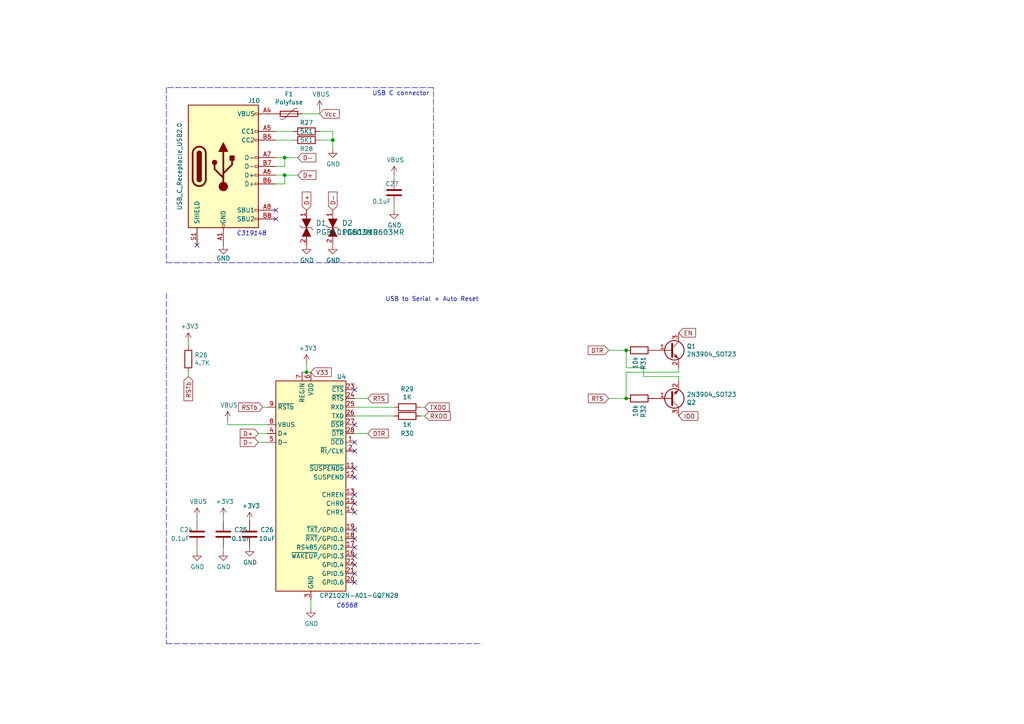
<source format=kicad_sch>
(kicad_sch (version 20211123) (generator eeschema)
  (paper "A4")
  (lib_symbols
    (symbol "Device:C" (pin_numbers hide) (pin_names (offset 0.254))
      (property "Reference" "C" (at 0.635 2.54 0))
      (property "Value" "C" (at 0.635 -2.54 0))
      (symbol "C_0_1"
        (polyline (pts (xy -2.032 -0.762) (xy 2.032 -0.762)) (stroke (width 0.508)))
        (polyline (pts (xy -2.032 0.762) (xy 2.032 0.762)) (stroke (width 0.508)))
      )
      (symbol "C_1_1"
        (pin passive line (at 0 3.81 270) (length 2.794) (name "~") (number "1"))
        (pin passive line (at 0 -3.81 90) (length 2.794) (name "~") (number "2"))
      )
    )
    (symbol "Device:Polyfuse" (pin_numbers hide) (pin_names (offset 0))
      (property "Reference" "F" (at -2.54 0 90))
      (property "Value" "Polyfuse" (at 2.54 0 90))
      (symbol "Polyfuse_0_1"
        (rectangle (start -0.762 2.54) (end 0.762 -2.54) (stroke (width 0.254)))
        (polyline (pts (xy 0 2.54) (xy 0 -2.54)))
        (polyline (pts (xy -1.524 2.54) (xy -1.524 1.524) (xy 1.524 -1.524) (xy 1.524 -2.54)))
      )
      (symbol "Polyfuse_1_1"
        (pin passive line (at 0 3.81 270) (length 1.27) (name "~") (number "1"))
        (pin passive line (at 0 -3.81 90) (length 1.27) (name "~") (number "2"))
      )
    )
    (symbol "Device:R" (pin_numbers hide) (pin_names (offset 0))
      (property "Reference" "R" (at 2.032 0 90))
      (property "Value" "R" (at 0 0 90))
      (symbol "R_0_1"
        (rectangle (start -1.016 -2.54) (end 1.016 2.54) (stroke (width 0.254)))
      )
      (symbol "R_1_1"
        (pin passive line (at 0 3.81 270) (length 1.27) (name "~") (number "1"))
        (pin passive line (at 0 -3.81 90) (length 1.27) (name "~") (number "2"))
      )
    )
    (symbol "ESP32Vfo:USB_C_Receptacle_USB2.0-Connector" (pin_names (offset 1.016))
      (property "Reference" "J" (at -10.16 19.05 0))
      (property "Value" "ESP32Vfo_USB_C_Receptacle_USB2.0-Connector" (at 19.05 19.05 0))
      (symbol "USB_C_Receptacle_USB2.0-Connector_0_0"
        (rectangle (start -0.254 -17.78) (end 0.254 -16.764))
        (rectangle (start 10.16 -14.986) (end 9.144 -15.494))
        (rectangle (start 10.16 -12.446) (end 9.144 -12.954))
        (rectangle (start 10.16 -4.826) (end 9.144 -5.334))
        (rectangle (start 10.16 -2.286) (end 9.144 -2.794))
        (rectangle (start 10.16 0.254) (end 9.144 -0.254))
        (rectangle (start 10.16 2.794) (end 9.144 2.286))
        (rectangle (start 10.16 7.874) (end 9.144 7.366))
        (rectangle (start 10.16 10.414) (end 9.144 9.906))
        (rectangle (start 10.16 15.494) (end 9.144 14.986))
      )
      (symbol "USB_C_Receptacle_USB2.0-Connector_0_1"
        (rectangle (start -10.16 17.78) (end 10.16 -17.78) (stroke (width 0.254)) (fill (type background)))
        (arc (start -8.89 -3.81) (mid -6.985 -5.715) (end -5.08 -3.81) (stroke (width 0.508)))
        (arc (start -7.62 -3.81) (mid -6.985 -4.445) (end -6.35 -3.81) (stroke (width 0.254)))
        (arc (start -7.62 -3.81) (mid -6.985 -4.445) (end -6.35 -3.81) (stroke (width 0.254)) (fill (type outline)))
        (rectangle (start -7.62 -3.81) (end -6.35 3.81) (stroke (width 0.254)) (fill (type outline)))
        (arc (start -6.35 3.81) (mid -6.985 4.445) (end -7.62 3.81) (stroke (width 0.254)))
        (arc (start -6.35 3.81) (mid -6.985 4.445) (end -7.62 3.81) (stroke (width 0.254)) (fill (type outline)))
        (arc (start -5.08 3.81) (mid -6.985 5.715) (end -8.89 3.81) (stroke (width 0.508)))
        (circle (center -2.54 1.143) (radius 0.635) (stroke (width 0.254)) (fill (type outline)))
        (circle (center 0 -5.842) (radius 1.27) (fill (type outline)))
        (polyline (pts (xy -8.89 -3.81) (xy -8.89 3.81)) (stroke (width 0.508)))
        (polyline (pts (xy -5.08 3.81) (xy -5.08 -3.81)) (stroke (width 0.508)))
        (polyline (pts (xy 0 -5.842) (xy 0 4.318)) (stroke (width 0.508)))
        (polyline (pts (xy 0 -3.302) (xy -2.54 -0.762) (xy -2.54 0.508)) (stroke (width 0.508)))
        (polyline (pts (xy 0 -2.032) (xy 2.54 0.508) (xy 2.54 1.778)) (stroke (width 0.508)))
        (polyline (pts (xy -1.27 4.318) (xy 0 6.858) (xy 1.27 4.318) (xy -1.27 4.318)) (stroke (width 0.254)) (fill (type outline)))
        (rectangle (start 1.905 1.778) (end 3.175 3.048) (stroke (width 0.254)) (fill (type outline)))
      )
      (symbol "USB_C_Receptacle_USB2.0-Connector_1_1"
        (pin power_in line (at 0 -22.86 90) (length 5.08) (name "GND") (number "A1"))
        (pin passive line (at 0 -22.86 90) (length 5.08) hide (name "GND") (number "A12"))
        (pin power_in line (at 15.24 15.24 180) (length 5.08) (name "VBUS") (number "A4"))
        (pin bidirectional line (at 15.24 10.16 180) (length 5.08) (name "CC1") (number "A5"))
        (pin bidirectional line (at 15.24 -2.54 180) (length 5.08) (name "D+") (number "A6"))
        (pin bidirectional line (at 15.24 2.54 180) (length 5.08) (name "D-") (number "A7"))
        (pin bidirectional line (at 15.24 -12.7 180) (length 5.08) (name "SBU1") (number "A8"))
        (pin passive line (at 15.24 15.24 180) (length 5.08) hide (name "VBUS") (number "A9"))
        (pin passive line (at 0 -22.86 90) (length 5.08) hide (name "GND") (number "B1"))
        (pin passive line (at 0 -22.86 90) (length 5.08) hide (name "GND") (number "B12"))
        (pin passive line (at 15.24 15.24 180) (length 5.08) hide (name "VBUS") (number "B4"))
        (pin bidirectional line (at 15.24 7.62 180) (length 5.08) (name "CC2") (number "B5"))
        (pin bidirectional line (at 15.24 -5.08 180) (length 5.08) (name "D+") (number "B6"))
        (pin bidirectional line (at 15.24 0 180) (length 5.08) (name "D-") (number "B7"))
        (pin bidirectional line (at 15.24 -15.24 180) (length 5.08) (name "SBU2") (number "B8"))
        (pin passive line (at 15.24 15.24 180) (length 5.08) hide (name "VBUS") (number "B9"))
        (pin passive line (at -7.62 -22.86 90) (length 5.08) (name "SHIELD") (number "S1"))
      )
    )
    (symbol "Interface_USB:CP2102N-A01-GQFN28"
      (property "Reference" "U" (at -7.62 31.75 0))
      (property "Value" "Interface_USB_CP2102N-A01-GQFN28" (at 26.67 31.75 0))
      (symbol "CP2102N-A01-GQFN28_0_1"
        (rectangle (start -10.16 30.48) (end 10.16 -30.48) (stroke (width 0.254)) (fill (type background)))
      )
      (symbol "CP2102N-A01-GQFN28_1_1"
        (pin input line (at 12.7 12.7 180) (length 2.54) (name "~{DCD}") (number "1"))
        (pin no_connect line (at -10.16 -10.16 0) (length 2.54) hide (name "NC") (number "10"))
        (pin output line (at 12.7 5.08 180) (length 2.54) (name "~{SUSPENDb}") (number "11"))
        (pin output line (at 12.7 2.54 180) (length 2.54) (name "SUSPEND") (number "12"))
        (pin output line (at 12.7 -2.54 180) (length 2.54) (name "CHREN") (number "13"))
        (pin output line (at 12.7 -7.62 180) (length 2.54) (name "CHR1") (number "14"))
        (pin output line (at 12.7 -5.08 180) (length 2.54) (name "CHR0") (number "15"))
        (pin bidirectional line (at 12.7 -20.32 180) (length 2.54) (name "~{WAKEUP}/GPIO.3") (number "16"))
        (pin bidirectional line (at 12.7 -17.78 180) (length 2.54) (name "RS485/GPIO.2") (number "17"))
        (pin bidirectional line (at 12.7 -15.24 180) (length 2.54) (name "~{RXT}/GPIO.1") (number "18"))
        (pin bidirectional line (at 12.7 -12.7 180) (length 2.54) (name "~{TXT}/GPIO.0") (number "19"))
        (pin bidirectional line (at 12.7 10.16 180) (length 2.54) (name "~{RI}/CLK") (number "2"))
        (pin bidirectional line (at 12.7 -27.94 180) (length 2.54) (name "GPIO.6") (number "20"))
        (pin bidirectional line (at 12.7 -25.4 180) (length 2.54) (name "GPIO.5") (number "21"))
        (pin bidirectional line (at 12.7 -22.86 180) (length 2.54) (name "GPIO.4") (number "22"))
        (pin input line (at 12.7 27.94 180) (length 2.54) (name "~{CTS}") (number "23"))
        (pin output line (at 12.7 25.4 180) (length 2.54) (name "~{RTS}") (number "24"))
        (pin input line (at 12.7 22.86 180) (length 2.54) (name "RXD") (number "25"))
        (pin output line (at 12.7 20.32 180) (length 2.54) (name "TXD") (number "26"))
        (pin input line (at 12.7 17.78 180) (length 2.54) (name "~{DSR}") (number "27"))
        (pin output line (at 12.7 15.24 180) (length 2.54) (name "~{DTR}") (number "28"))
        (pin passive line (at 0 -33.02 90) (length 2.54) hide (name "GND") (number "29"))
        (pin power_in line (at 0 -33.02 90) (length 2.54) (name "GND") (number "3"))
        (pin bidirectional line (at -12.7 15.24 0) (length 2.54) (name "D+") (number "4"))
        (pin bidirectional line (at -12.7 12.7 0) (length 2.54) (name "D-") (number "5"))
        (pin passive line (at 0 33.02 270) (length 2.54) (name "VDD") (number "6"))
        (pin power_in line (at -2.54 33.02 270) (length 2.54) (name "REGIN") (number "7"))
        (pin input line (at -12.7 17.78 0) (length 2.54) (name "VBUS") (number "8"))
        (pin input line (at -12.7 22.86 0) (length 2.54) (name "~{RSTb}") (number "9"))
      )
    )
    (symbol "dk_TVS-Diodes:PGB1010603MR" (pin_names (offset 1.016))
      (property "Reference" "D" (at -5.4864 2.7432 0))
      (property "Value" "dk_TVS-Diodes_PGB1010603MR" (at 0.1016 -3.302 0))
      (symbol "PGB1010603MR_0_1"
        (polyline (pts (xy 0 0) (xy 0 -1.27) (xy -0.635 -1.905)))
        (polyline (pts (xy 0 0) (xy 0 1.27) (xy 0.635 1.905)))
        (polyline (pts (xy -2.54 1.27) (xy -2.54 -1.27) (xy 0 0) (xy -2.54 1.27)) (fill (type outline)))
        (polyline (pts (xy 2.54 1.27) (xy 2.54 -1.27) (xy 0 0) (xy 2.54 1.27)) (fill (type outline)))
      )
      (symbol "PGB1010603MR_1_1"
        (pin passive line (at -5.08 0 0) (length 2.54) (name "~") (number "1"))
        (pin passive line (at 5.08 0 180) (length 2.54) (name "~") (number "2"))
      )
    )
    (symbol "power:+3V3" (power) (pin_names (offset 0))
      (property "Value" "+3V3" (at 0 3.556 0))
      (symbol "+3V3_0_1"
        (polyline (pts (xy -0.762 1.27) (xy 0 2.54)))
        (polyline (pts (xy 0 0) (xy 0 2.54)))
        (polyline (pts (xy 0 2.54) (xy 0.762 1.27)))
      )
      (symbol "+3V3_1_1"
        (pin power_in line (at 0 0 90) (length 0) hide (name "+3V3") (number "1"))
      )
    )
    (symbol "power:GND" (power) (pin_names (offset 0))
      (property "Value" "GND" (at 0 -3.81 0))
      (symbol "GND_0_1"
        (polyline (pts (xy 0 0) (xy 0 -1.27) (xy 1.27 -1.27) (xy 0 -2.54) (xy -1.27 -1.27) (xy 0 -1.27)))
      )
      (symbol "GND_1_1"
        (pin power_in line (at 0 0 270) (length 0) hide (name "GND") (number "1"))
      )
    )
    (symbol "power:VBUS" (power) (pin_names (offset 0))
      (property "Value" "VBUS" (at 0 3.81 0))
      (symbol "VBUS_0_1"
        (polyline (pts (xy -0.762 1.27) (xy 0 2.54)))
        (polyline (pts (xy 0 0) (xy 0 2.54)))
        (polyline (pts (xy 0 2.54) (xy 0.762 1.27)))
      )
      (symbol "VBUS_1_1"
        (pin power_in line (at 0 0 90) (length 0) hide (name "VBUS") (number "1"))
      )
    )
    (symbol "tube:2N3904_SOT23" (pin_names (offset 0) hide)
      (property "Reference" "Q" (at 5.08 1.905 0))
      (property "Value" "tube_2N3904_SOT23" (at 5.08 0 0))
      (symbol "2N3904_SOT23_0_1"
        (polyline (pts (xy 0.635 0.635) (xy 2.54 2.54)))
        (polyline (pts (xy 0.635 -0.635) (xy 2.54 -2.54) (xy 2.54 -2.54)))
        (polyline (pts (xy 0.635 1.905) (xy 0.635 -1.905) (xy 0.635 -1.905)) (stroke (width 0.508)))
        (polyline (pts (xy 1.27 -1.778) (xy 1.778 -1.27) (xy 2.286 -2.286) (xy 1.27 -1.778) (xy 1.27 -1.778)) (fill (type outline)))
        (circle (center 1.27 0) (radius 2.8194) (stroke (width 0.254)))
      )
      (symbol "2N3904_SOT23_1_1"
        (pin passive line (at -5.08 0 0) (length 5.715) (name "B") (number "1"))
        (pin passive line (at 2.54 -5.08 90) (length 2.54) (name "E") (number "2"))
        (pin passive line (at 2.54 5.08 270) (length 2.54) (name "C") (number "3"))
      )
    )
  )
  (junction (at 82.55 45.72))
  (junction (at 181.61 115.57))
  (junction (at 181.61 101.6))
  (junction (at 82.55 50.8))
  (junction (at 96.52 40.64))
  (junction (at 88.9 107.95))
  (no_connect (at 102.87 135.89))
  (no_connect (at 102.87 161.29))
  (no_connect (at 102.87 156.21))
  (no_connect (at 102.87 113.03))
  (no_connect (at 80.01 60.96))
  (no_connect (at 102.87 166.37))
  (no_connect (at 102.87 130.81))
  (no_connect (at 102.87 138.43))
  (no_connect (at 102.87 148.59))
  (no_connect (at 102.87 168.91))
  (no_connect (at 102.87 158.75))
  (no_connect (at 80.01 63.5))
  (no_connect (at 102.87 153.67))
  (no_connect (at 57.15 71.12))
  (no_connect (at 102.87 143.51))
  (no_connect (at 102.87 123.19))
  (no_connect (at 102.87 163.83))
  (no_connect (at 102.87 146.05))
  (no_connect (at 102.87 128.27))
  (wire (pts (xy 186.69 106.68) (xy 181.61 106.68)))
  (wire (pts (xy 102.87 120.65) (xy 114.3 120.65)))
  (wire (pts (xy 66.04 121.92) (xy 66.04 123.19)))
  (polyline (pts (xy 125.73 76.2) (xy 125.73 25.4)))
  (wire (pts (xy 87.63 107.95) (xy 88.9 107.95)))
  (wire (pts (xy 85.09 40.64) (xy 80.01 40.64)))
  (wire (pts (xy 57.15 158.75) (xy 57.15 160.02)))
  (wire (pts (xy 90.17 107.95) (xy 88.9 107.95)))
  (wire (pts (xy 92.71 33.02) (xy 92.71 31.75)))
  (wire (pts (xy 88.9 107.95) (xy 88.9 105.41)))
  (wire (pts (xy 64.77 158.75) (xy 64.77 160.02)))
  (wire (pts (xy 54.61 99.06) (xy 54.61 100.33)))
  (wire (pts (xy 181.61 106.68) (xy 181.61 101.6)))
  (polyline (pts (xy 48.26 76.2) (xy 125.73 76.2)))
  (wire (pts (xy 90.17 173.99) (xy 90.17 176.53)))
  (wire (pts (xy 181.61 107.95) (xy 196.85 107.95)))
  (wire (pts (xy 196.85 107.95) (xy 196.85 106.68)))
  (wire (pts (xy 123.19 120.65) (xy 121.92 120.65)))
  (wire (pts (xy 176.53 115.57) (xy 181.61 115.57)))
  (wire (pts (xy 82.55 45.72) (xy 82.55 48.26)))
  (wire (pts (xy 96.52 38.1) (xy 96.52 40.64)))
  (wire (pts (xy 87.63 33.02) (xy 92.71 33.02)))
  (wire (pts (xy 121.92 118.11) (xy 123.19 118.11)))
  (wire (pts (xy 176.53 101.6) (xy 181.61 101.6)))
  (wire (pts (xy 74.93 128.27) (xy 77.47 128.27)))
  (wire (pts (xy 92.71 38.1) (xy 96.52 38.1)))
  (wire (pts (xy 102.87 118.11) (xy 114.3 118.11)))
  (polyline (pts (xy 48.26 85.09) (xy 48.26 186.69)))
  (wire (pts (xy 106.68 115.57) (xy 102.87 115.57)))
  (wire (pts (xy 196.85 110.49) (xy 196.85 109.22)))
  (wire (pts (xy 196.85 109.22) (xy 186.69 109.22)))
  (wire (pts (xy 66.04 123.19) (xy 77.47 123.19)))
  (wire (pts (xy 181.61 107.95) (xy 181.61 115.57)))
  (wire (pts (xy 82.55 50.8) (xy 80.01 50.8)))
  (wire (pts (xy 54.61 109.22) (xy 54.61 107.95)))
  (wire (pts (xy 106.68 125.73) (xy 102.87 125.73)))
  (wire (pts (xy 57.15 149.86) (xy 57.15 151.13)))
  (wire (pts (xy 80.01 38.1) (xy 85.09 38.1)))
  (wire (pts (xy 82.55 45.72) (xy 86.36 45.72)))
  (wire (pts (xy 82.55 48.26) (xy 80.01 48.26)))
  (wire (pts (xy 77.47 125.73) (xy 74.93 125.73)))
  (wire (pts (xy 80.01 53.34) (xy 82.55 53.34)))
  (wire (pts (xy 80.01 45.72) (xy 82.55 45.72)))
  (wire (pts (xy 114.3 50.8) (xy 114.3 52.07)))
  (polyline (pts (xy 48.26 186.69) (xy 139.7 186.69)))
  (wire (pts (xy 186.69 109.22) (xy 186.69 106.68)))
  (wire (pts (xy 96.52 40.64) (xy 92.71 40.64)))
  (wire (pts (xy 82.55 53.34) (xy 82.55 50.8)))
  (wire (pts (xy 86.36 50.8) (xy 82.55 50.8)))
  (wire (pts (xy 96.52 40.64) (xy 96.52 43.18)))
  (wire (pts (xy 64.77 149.86) (xy 64.77 151.13)))
  (wire (pts (xy 76.2 118.11) (xy 77.47 118.11)))
  (wire (pts (xy 114.3 59.69) (xy 114.3 60.96)))
  (polyline (pts (xy 125.73 25.4) (xy 48.26 25.4)))
  (polyline (pts (xy 48.26 25.4) (xy 48.26 76.2)))
  (text "USB C connector" (at 107.95 27.94 0) (effects (font (size 1.27 1.27)) (justify left bottom)))
  (text "USB to Serial + Auto Reset" (at 111.76 87.63 0) (effects (font (size 1.27 1.27)) (justify left bottom)))
  (text "C319148" (at 68.58 68.58 0) (effects (font (size 1.27 1.27) italic) (justify left bottom)))
  (text " C6568" (at 96.52 176.53 0) (effects (font (size 1.27 1.27) italic) (justify left bottom)))
  (global_label "RSTb" (shape input) (at 54.61 109.22 270) (property "Intersheet References" "${INTERSHEET_REFS}" (effects hide)))
  (global_label "Vcc" (shape input) (at 92.71 33.02 0) (property "Intersheet References" "${INTERSHEET_REFS}" (effects hide)))
  (global_label "V33" (shape input) (at 90.17 107.95 0) (property "Intersheet References" "${INTERSHEET_REFS}" (effects hide)))
  (global_label "D+" (shape input) (at 88.9 60.96 90) (property "Intersheet References" "${INTERSHEET_REFS}" (effects hide)))
  (global_label "RTS" (shape input) (at 176.53 115.57 180) (property "Intersheet References" "${INTERSHEET_REFS}" (effects hide)))
  (global_label "D+" (shape input) (at 74.93 125.73 180) (property "Intersheet References" "${INTERSHEET_REFS}" (effects hide)))
  (global_label "D-" (shape input) (at 74.93 128.27 180) (property "Intersheet References" "${INTERSHEET_REFS}" (effects hide)))
  (global_label "EN" (shape input) (at 196.85 96.52 0) (property "Intersheet References" "${INTERSHEET_REFS}" (effects hide)))
  (global_label "TXD0" (shape input) (at 123.19 118.11 0) (property "Intersheet References" "${INTERSHEET_REFS}" (effects hide)))
  (global_label "D+" (shape input) (at 86.36 50.8 0) (property "Intersheet References" "${INTERSHEET_REFS}" (effects hide)))
  (global_label "RXD0" (shape input) (at 123.19 120.65 0) (property "Intersheet References" "${INTERSHEET_REFS}" (effects hide)))
  (global_label "IO0" (shape input) (at 196.85 120.65 0) (property "Intersheet References" "${INTERSHEET_REFS}" (effects hide)))
  (global_label "DTR" (shape input) (at 176.53 101.6 180) (property "Intersheet References" "${INTERSHEET_REFS}" (effects hide)))
  (global_label "RSTb" (shape input) (at 76.2 118.11 180) (property "Intersheet References" "${INTERSHEET_REFS}" (effects hide)))
  (global_label "DTR" (shape input) (at 106.68 125.73 0) (property "Intersheet References" "${INTERSHEET_REFS}" (effects hide)))
  (global_label "D-" (shape input) (at 86.36 45.72 0) (property "Intersheet References" "${INTERSHEET_REFS}" (effects hide)))
  (global_label "D-" (shape input) (at 96.52 60.96 90) (property "Intersheet References" "${INTERSHEET_REFS}" (effects hide)))
  (global_label "RTS" (shape input) (at 106.68 115.57 0) (property "Intersheet References" "${INTERSHEET_REFS}" (effects hide)))
  (symbol (lib_id "Device:C") (at 72.39 154.94 0) (unit 1)
    (property "Reference" "C26" (at 77.47 153.67 0))
    (property "Value" "10uF" (at 77.47 156.21 0))
    (property "Footprint" "Capacitor_SMD:C_0805_2012Metric" (effects hide))
  )
  (symbol (lib_id "power:GND") (at 72.39 158.75 0) (unit 1)
    (property "Reference" "#PWR037" (effects hide))
    (property "Value" "GND" (at 72.517 163.1442 0))
  )
  (symbol (lib_id "power:+3V3") (at 72.39 151.13 0) (unit 1)
    (property "Reference" "#PWR036" (effects hide))
    (property "Value" "+3V3" (at 72.771 146.7358 0))
  )
  (symbol (lib_id "power:+3V3") (at 54.61 99.06 0) (unit 1)
    (property "Reference" "#PWR029" (effects hide))
    (property "Value" "+3V3" (at 54.991 94.6658 0))
  )
  (symbol (lib_id "power:GND") (at 57.15 160.02 0) (unit 1)
    (property "Reference" "#PWR031" (effects hide))
    (property "Value" "GND" (at 57.277 164.4142 0))
  )
  (symbol (lib_id "power:+3V3") (at 64.77 149.86 0) (unit 1)
    (property "Reference" "#PWR033" (effects hide))
    (property "Value" "+3V3" (at 65.151 145.4658 0))
  )
  (symbol (lib_id "Device:R") (at 118.11 120.65 270) (unit 1)
    (property "Reference" "R30" (at 118.11 125.73 90))
    (property "Value" "1K" (at 118.11 123.19 90))
    (property "Footprint" "Resistor_SMD:R_0805_2012Metric" (effects hide))
  )
  (symbol (lib_id "Device:R") (at 118.11 118.11 270) (unit 1)
    (property "Reference" "R29" (at 118.11 112.8522 90))
    (property "Value" "1K" (at 118.11 115.1636 90))
    (property "Footprint" "Resistor_SMD:R_0805_2012Metric" (effects hide))
  )
  (symbol (lib_id "Interface_USB:CP2102N-A01-GQFN28") (at 90.17 140.97 0) (unit 1)
    (property "Reference" "U4" (at 99.06 109.22 0))
    (property "Value" "CP2102N-A01-GQFN28" (at 104.14 172.72 0))
    (property "Footprint" "Package_DFN_QFN:QFN-28-1EP_5x5mm_P0.5mm_EP3.35x3.35mm" (effects hide))
    (property "Datasheet" "https://www.silabs.com/documents/public/data-sheets/cp2102n-datasheet.pdf" (effects hide))
  )
  (symbol (lib_id "ESP32Vfo:USB_C_Receptacle_USB2.0-Connector") (at 64.77 48.26 0) (unit 1)
    (property "Reference" "J10" (at 73.66 29.21 0))
    (property "Value" "USB_C_Receptacle_USB2.0" (at 52.07 48.26 90))
    (property "Footprint" "Connector_USB:USB_C_Receptacle_XKB_U262-16XN-4BVC11" (effects hide))
    (property "Datasheet" "https://www.usb.org/sites/default/files/documents/usb_type-c.zip" (effects hide))
  )
  (symbol (lib_id "Device:R") (at 88.9 38.1 270) (unit 1)
    (property "Reference" "R27" (at 88.9 35.56 90))
    (property "Value" "5K1" (at 88.9 38.1 90))
    (property "Footprint" "Resistor_SMD:R_0805_2012Metric" (effects hide))
  )
  (symbol (lib_id "Device:R") (at 88.9 40.64 270) (unit 1)
    (property "Reference" "R28" (at 88.9 43.18 90))
    (property "Value" "5K1" (at 88.9 40.64 90))
    (property "Footprint" "Resistor_SMD:R_0805_2012Metric" (effects hide))
  )
  (symbol (lib_id "power:GND") (at 64.77 71.12 0) (unit 1)
    (property "Reference" "#PWR032" (effects hide))
    (property "Value" "GND" (at 64.77 74.93 0))
  )
  (symbol (lib_id "Device:Polyfuse") (at 83.82 33.02 270) (unit 1)
    (property "Reference" "F1" (at 83.82 27.305 90))
    (property "Value" "Polyfuse" (at 83.82 29.6164 90))
    (property "Footprint" "Fuse:Fuse_0805_2012Metric" (effects hide))
  )
  (symbol (lib_id "Device:C") (at 114.3 55.88 0) (unit 1)
    (property "Reference" "C27" (at 111.76 53.34 0) (effects (justify left)))
    (property "Value" "0.1uF" (at 107.95 58.42 0) (effects (justify left)))
    (property "Footprint" "Capacitor_SMD:C_0805_2012Metric" (effects hide))
  )
  (symbol (lib_id "power:GND") (at 114.3 60.96 0) (unit 1)
    (property "Reference" "#PWR045" (effects hide))
    (property "Value" "GND" (at 114.427 65.3542 0))
  )
  (symbol (lib_id "power:VBUS") (at 57.15 149.86 0) (unit 1)
    (property "Reference" "#PWR030" (effects hide))
    (property "Value" "VBUS" (at 57.531 145.4658 0))
  )
  (symbol (lib_id "Device:R") (at 54.61 104.14 0) (unit 1)
    (property "Reference" "R26" (at 56.388 102.9716 0) (effects (justify left)))
    (property "Value" "4.7K" (at 56.388 105.283 0) (effects (justify left)))
    (property "Footprint" "Resistor_SMD:R_0805_2012Metric" (effects hide))
  )
  (symbol (lib_id "Device:C") (at 64.77 154.94 0) (unit 1)
    (property "Reference" "C25" (at 69.85 153.67 0))
    (property "Value" "0.1uF" (at 69.85 156.21 0))
    (property "Footprint" "Capacitor_SMD:C_0805_2012Metric" (effects hide))
  )
  (symbol (lib_id "power:GND") (at 64.77 160.02 0) (unit 1)
    (property "Reference" "#PWR034" (effects hide))
    (property "Value" "GND" (at 64.897 164.4142 0))
  )
  (symbol (lib_id "Device:C") (at 57.15 154.94 0) (unit 1)
    (property "Reference" "C24" (at 52.07 153.67 0) (effects (justify left)))
    (property "Value" "0.1uF" (at 49.53 156.21 0) (effects (justify left)))
    (property "Footprint" "Capacitor_SMD:C_0805_2012Metric" (effects hide))
  )
  (symbol (lib_id "power:VBUS") (at 66.04 121.92 0) (unit 1)
    (property "Reference" "#PWR035" (effects hide))
    (property "Value" "VBUS" (at 66.421 117.5258 0))
  )
  (symbol (lib_id "power:+3V3") (at 88.9 105.41 0) (unit 1)
    (property "Reference" "#PWR039" (effects hide))
    (property "Value" "+3V3" (at 89.281 101.0158 0))
  )
  (symbol (lib_id "power:GND") (at 90.17 176.53 0) (unit 1)
    (property "Reference" "#PWR040" (effects hide))
    (property "Value" "GND" (at 90.297 180.9242 0))
  )
  (symbol (lib_id "power:VBUS") (at 92.71 31.75 0) (unit 1)
    (property "Reference" "#PWR041" (effects hide))
    (property "Value" "VBUS" (at 93.091 27.3558 0))
  )
  (symbol (lib_id "power:GND") (at 96.52 43.18 0) (unit 1)
    (property "Reference" "#PWR042" (effects hide))
    (property "Value" "GND" (at 96.647 47.5742 0))
  )
  (symbol (lib_id "power:VBUS") (at 114.3 50.8 0) (unit 1)
    (property "Reference" "#PWR044" (effects hide))
    (property "Value" "VBUS" (at 114.681 46.4058 0))
  )
  (symbol (lib_id "tube:2N3904_SOT23") (at 194.31 101.6 0) (unit 1)
    (property "Reference" "Q1" (at 199.136 100.4316 0) (effects (justify left)))
    (property "Value" "2N3904_SOT23" (at 199.136 102.743 0) (effects (justify left)))
    (property "Footprint" "Package_TO_SOT_SMD:SOT-23" (effects hide))
  )
  (symbol (lib_id "tube:2N3904_SOT23") (at 194.31 115.57 0) (mirror x) (unit 1)
    (property "Reference" "Q2" (at 199.136 116.7384 0) (effects (justify left)))
    (property "Value" "2N3904_SOT23" (at 199.136 114.427 0) (effects (justify left)))
    (property "Footprint" "Package_TO_SOT_SMD:SOT-23" (effects hide))
  )
  (symbol (lib_id "Device:R") (at 185.42 101.6 270) (unit 1)
    (property "Reference" "R31" (at 186.5884 103.378 0) (effects (justify left)))
    (property "Value" "10k" (at 184.277 103.378 0) (effects (justify left)))
    (property "Footprint" "Resistor_SMD:R_0805_2012Metric" (effects hide))
  )
  (symbol (lib_id "Device:R") (at 185.42 115.57 270) (unit 1)
    (property "Reference" "R32" (at 186.5884 117.348 0) (effects (justify left)))
    (property "Value" "10k" (at 184.277 117.348 0) (effects (justify left)))
    (property "Footprint" "Resistor_SMD:R_0805_2012Metric" (effects hide))
  )
  (symbol (lib_id "power:GND") (at 96.52 71.12 0) (unit 1)
    (property "Reference" "#PWR043" (effects hide))
    (property "Value" "GND" (at 96.647 75.5142 0))
  )
  (symbol (lib_id "power:GND") (at 88.9 71.12 0) (unit 1)
    (property "Reference" "#PWR038" (effects hide))
    (property "Value" "GND" (at 89.027 75.5142 0))
  )
  (symbol (lib_id "dk_TVS-Diodes:PGB1010603MR") (at 88.9 66.04 270) (unit 1)
    (property "Reference" "D1" (at 91.5162 64.6938 90) (effects (font (size 1.524 1.524)) (justify left)))
    (property "Value" "PGB1010603MR" (at 91.5162 67.3862 90) (effects (font (size 1.524 1.524)) (justify left)))
    (property "Footprint" "digikey-footprints:0603" (effects hide))
    (property "Datasheet" "https://www.littelfuse.com/data/en/data_sheets/littelfuse_pulseguard-esd_pgb1.pdf" (effects hide))
    (property "Digi-Key_PN" "F2594CT-ND" (effects hide))
    (property "MPN" "PGB1010603MR" (effects hide))
    (property "Category" "Circuit Protection" (effects hide))
    (property "Family" "TVS - Diodes" (effects hide))
    (property "DK_Datasheet_Link" "https://www.littelfuse.com/data/en/data_sheets/littelfuse_pulseguard-esd_pgb1.pdf" (effects hide))
    (property "DK_Detail_Page" "/product-detail/en/littelfuse-inc/PGB1010603MR/F2594CT-ND/813072" (effects hide))
    (property "Description" "TVS DIODE 24V 150V 0603" (effects hide))
    (property "Manufacturer" "Littelfuse Inc." (effects hide))
    (property "Status" "Active" (effects hide))
  )
  (symbol (lib_id "dk_TVS-Diodes:PGB1010603MR") (at 96.52 66.04 270) (unit 1)
    (property "Reference" "D2" (at 99.1362 64.6938 90) (effects (font (size 1.524 1.524)) (justify left)))
    (property "Value" "PGB1010603MR" (at 99.1362 67.3862 90) (effects (font (size 1.524 1.524)) (justify left)))
    (property "Footprint" "digikey-footprints:0603" (effects hide))
    (property "Datasheet" "https://www.littelfuse.com/data/en/data_sheets/littelfuse_pulseguard-esd_pgb1.pdf" (effects hide))
    (property "Digi-Key_PN" "F2594CT-ND" (effects hide))
    (property "MPN" "PGB1010603MR" (effects hide))
    (property "Category" "Circuit Protection" (effects hide))
    (property "Family" "TVS - Diodes" (effects hide))
    (property "DK_Datasheet_Link" "https://www.littelfuse.com/data/en/data_sheets/littelfuse_pulseguard-esd_pgb1.pdf" (effects hide))
    (property "DK_Detail_Page" "/product-detail/en/littelfuse-inc/PGB1010603MR/F2594CT-ND/813072" (effects hide))
    (property "Description" "TVS DIODE 24V 150V 0603" (effects hide))
    (property "Manufacturer" "Littelfuse Inc." (effects hide))
    (property "Status" "Active" (effects hide))
  )
)
</source>
